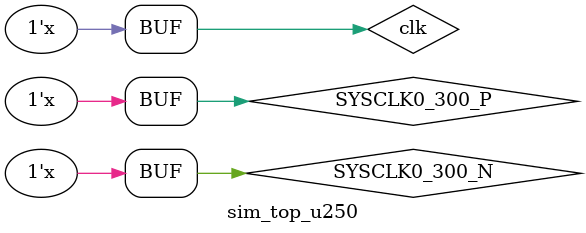
<source format=sv>
`timescale 1ns / 1ps


module sim_top_u250(

    );
    wire USB_UART_RX;
    wire USB_UART_TX;
    reg clk = 0;
    wire SYSCLK0_300_N;
    wire SYSCLK0_300_P;
    
    always #5 clk = ~clk;
    assign SYSCLK0_300_P = clk;
    assign SYSCLK0_300_N = ~clk;
    
    top_u250 top_i (
  .SYSCLK0_300_N(SYSCLK0_300_N),
  .SYSCLK0_300_P(SYSCLK0_300_P),
  .USB_UART_RX(USB_UART_RX),
  .USB_UART_TX(USB_UART_TX)
);
endmodule

</source>
